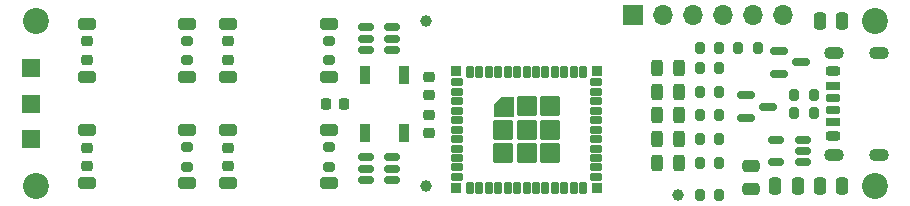
<source format=gts>
G04 #@! TF.GenerationSoftware,KiCad,Pcbnew,8.0.4*
G04 #@! TF.CreationDate,2025-02-17T13:51:32+11:00*
G04 #@! TF.ProjectId,LSG,4c53472e-6b69-4636-9164-5f7063625858,rev?*
G04 #@! TF.SameCoordinates,Original*
G04 #@! TF.FileFunction,Soldermask,Top*
G04 #@! TF.FilePolarity,Negative*
%FSLAX46Y46*%
G04 Gerber Fmt 4.6, Leading zero omitted, Abs format (unit mm)*
G04 Created by KiCad (PCBNEW 8.0.4) date 2025-02-17 13:51:32*
%MOMM*%
%LPD*%
G01*
G04 APERTURE LIST*
G04 Aperture macros list*
%AMRoundRect*
0 Rectangle with rounded corners*
0 $1 Rounding radius*
0 $2 $3 $4 $5 $6 $7 $8 $9 X,Y pos of 4 corners*
0 Add a 4 corners polygon primitive as box body*
4,1,4,$2,$3,$4,$5,$6,$7,$8,$9,$2,$3,0*
0 Add four circle primitives for the rounded corners*
1,1,$1+$1,$2,$3*
1,1,$1+$1,$4,$5*
1,1,$1+$1,$6,$7*
1,1,$1+$1,$8,$9*
0 Add four rect primitives between the rounded corners*
20,1,$1+$1,$2,$3,$4,$5,0*
20,1,$1+$1,$4,$5,$6,$7,0*
20,1,$1+$1,$6,$7,$8,$9,0*
20,1,$1+$1,$8,$9,$2,$3,0*%
G04 Aperture macros list end*
%ADD10C,0.010000*%
%ADD11RoundRect,0.200000X-0.200000X-0.275000X0.200000X-0.275000X0.200000X0.275000X-0.200000X0.275000X0*%
%ADD12RoundRect,0.225000X-0.250000X0.225000X-0.250000X-0.225000X0.250000X-0.225000X0.250000X0.225000X0*%
%ADD13RoundRect,0.225000X-0.225000X-0.250000X0.225000X-0.250000X0.225000X0.250000X-0.225000X0.250000X0*%
%ADD14RoundRect,0.200000X0.200000X0.275000X-0.200000X0.275000X-0.200000X-0.275000X0.200000X-0.275000X0*%
%ADD15C,2.200000*%
%ADD16RoundRect,0.243750X-0.243750X-0.456250X0.243750X-0.456250X0.243750X0.456250X-0.243750X0.456250X0*%
%ADD17C,1.000000*%
%ADD18RoundRect,0.250000X-0.500000X-0.250000X0.500000X-0.250000X0.500000X0.250000X-0.500000X0.250000X0*%
%ADD19R,0.900000X1.500000*%
%ADD20RoundRect,0.250000X0.250000X0.475000X-0.250000X0.475000X-0.250000X-0.475000X0.250000X-0.475000X0*%
%ADD21R,1.500000X1.500000*%
%ADD22RoundRect,0.150000X-0.512500X-0.150000X0.512500X-0.150000X0.512500X0.150000X-0.512500X0.150000X0*%
%ADD23RoundRect,0.250000X0.475000X-0.250000X0.475000X0.250000X-0.475000X0.250000X-0.475000X-0.250000X0*%
%ADD24RoundRect,0.150000X-0.587500X-0.150000X0.587500X-0.150000X0.587500X0.150000X-0.587500X0.150000X0*%
%ADD25RoundRect,0.102000X-0.400000X-0.200000X0.400000X-0.200000X0.400000X0.200000X-0.400000X0.200000X0*%
%ADD26RoundRect,0.102000X-0.200000X-0.400000X0.200000X-0.400000X0.200000X0.400000X-0.200000X0.400000X0*%
%ADD27RoundRect,0.102000X-0.725000X-0.725000X0.725000X-0.725000X0.725000X0.725000X-0.725000X0.725000X0*%
%ADD28RoundRect,0.102000X-0.350000X-0.350000X0.350000X-0.350000X0.350000X0.350000X-0.350000X0.350000X0*%
%ADD29RoundRect,0.200000X-0.275000X0.200000X-0.275000X-0.200000X0.275000X-0.200000X0.275000X0.200000X0*%
%ADD30RoundRect,0.175000X0.425000X-0.175000X0.425000X0.175000X-0.425000X0.175000X-0.425000X-0.175000X0*%
%ADD31RoundRect,0.190000X-0.410000X0.190000X-0.410000X-0.190000X0.410000X-0.190000X0.410000X0.190000X0*%
%ADD32RoundRect,0.200000X-0.400000X0.200000X-0.400000X-0.200000X0.400000X-0.200000X0.400000X0.200000X0*%
%ADD33RoundRect,0.175000X-0.425000X0.175000X-0.425000X-0.175000X0.425000X-0.175000X0.425000X0.175000X0*%
%ADD34RoundRect,0.190000X0.410000X-0.190000X0.410000X0.190000X-0.410000X0.190000X-0.410000X-0.190000X0*%
%ADD35RoundRect,0.200000X0.400000X-0.200000X0.400000X0.200000X-0.400000X0.200000X-0.400000X-0.200000X0*%
%ADD36O,1.700000X1.100000*%
%ADD37RoundRect,0.150000X0.512500X0.150000X-0.512500X0.150000X-0.512500X-0.150000X0.512500X-0.150000X0*%
%ADD38R,1.700000X1.700000*%
%ADD39O,1.700000X1.700000*%
%ADD40RoundRect,0.250000X-0.250000X-0.475000X0.250000X-0.475000X0.250000X0.475000X-0.250000X0.475000X0*%
G04 APERTURE END LIST*
D10*
X4850000Y-1050000D02*
X3200000Y-1050000D01*
X3200000Y-60000D01*
X3860000Y600000D01*
X4850000Y600000D01*
X4850000Y-1050000D01*
G36*
X4850000Y-1050000D02*
G01*
X3200000Y-1050000D01*
X3200000Y-60000D01*
X3860000Y600000D01*
X4850000Y600000D01*
X4850000Y-1050000D01*
G37*
D11*
X20675000Y-3000000D03*
X22325000Y-3000000D03*
D12*
X-19250000Y5275000D03*
X-19250000Y3725000D03*
D13*
X-11025000Y0D03*
X-9475000Y0D03*
D14*
X30325000Y-750000D03*
X28675000Y-750000D03*
D15*
X-35500001Y-7000001D03*
D16*
X17062500Y-5000000D03*
X18937500Y-5000000D03*
X17062500Y-3000000D03*
X18937500Y-3000000D03*
D17*
X-2500000Y7000000D03*
D18*
X-31250000Y-2250000D03*
X-22750000Y-2250000D03*
X-31250000Y-6750000D03*
X-22750000Y-6750000D03*
D19*
X-7650000Y-2450000D03*
X-4350000Y-2450000D03*
X-4350000Y2450000D03*
X-7650000Y2450000D03*
D20*
X30800000Y-7000000D03*
X32700000Y-7000000D03*
D21*
X-36000000Y-3000000D03*
D22*
X-7637500Y6450000D03*
X-7637500Y5500000D03*
X-7637500Y4550000D03*
X-5362500Y4550000D03*
X-5362500Y5500000D03*
X-5362500Y6450000D03*
D14*
X22325000Y4750000D03*
X20675000Y4750000D03*
D15*
X-35500001Y7000001D03*
D22*
X-7637500Y-4550000D03*
X-7637500Y-5500000D03*
X-7637500Y-6450000D03*
X-5362500Y-6450000D03*
X-5362500Y-5500000D03*
X-5362500Y-4550000D03*
D17*
X18825000Y-7750000D03*
D23*
X25000000Y-7200000D03*
X25000000Y-5300000D03*
D12*
X-2250000Y-975000D03*
X-2250000Y-2525000D03*
X-2250000Y2275000D03*
X-2250000Y725000D03*
D16*
X17062500Y1000000D03*
X18937500Y1000000D03*
D24*
X24562500Y700000D03*
X24562500Y-1200000D03*
X26437500Y-250000D03*
D12*
X-31250000Y5275000D03*
X-31250000Y3725000D03*
D25*
X100000Y1800000D03*
X100000Y1000000D03*
X100000Y200000D03*
X100000Y-600000D03*
X100000Y-1400000D03*
X100000Y-2200000D03*
X100000Y-3000000D03*
X100000Y-3800000D03*
X100000Y-4600000D03*
X100000Y-5400000D03*
X100000Y-6200000D03*
D26*
X1200000Y-7100000D03*
X2000000Y-7100000D03*
X2800000Y-7100000D03*
X3600000Y-7100000D03*
X4400000Y-7100000D03*
X5200000Y-7100000D03*
X6000000Y-7100000D03*
X6800000Y-7100000D03*
X7600000Y-7100000D03*
X8400000Y-7100000D03*
X9200000Y-7100000D03*
X10000000Y-7100000D03*
X10800000Y-7100000D03*
D25*
X11900000Y-6200000D03*
X11900000Y-5400000D03*
X11900000Y-4600000D03*
X11900000Y-3800000D03*
X11900000Y-3000000D03*
X11900000Y-2200000D03*
X11900000Y-1400000D03*
X11900000Y-600000D03*
X11900000Y200000D03*
X11900000Y1000000D03*
X11900000Y1800000D03*
D26*
X10800000Y2700000D03*
X10000000Y2700000D03*
X9200000Y2700000D03*
X8400000Y2700000D03*
X7600000Y2700000D03*
X6800000Y2700000D03*
X6000000Y2700000D03*
X5200000Y2700000D03*
X4400000Y2700000D03*
X3600000Y2700000D03*
X2800000Y2700000D03*
X2000000Y2700000D03*
X1200000Y2700000D03*
D27*
X6000000Y-225000D03*
X7975000Y-225000D03*
X7975000Y-2200000D03*
X7975000Y-4175000D03*
X6000000Y-4175000D03*
X4025000Y-4175000D03*
X4025000Y-2200000D03*
X6000000Y-2200000D03*
D28*
X11950000Y2750000D03*
X11950000Y-7150000D03*
X50000Y-7150000D03*
X50000Y2750000D03*
D29*
X-10750000Y-3675000D03*
X-10750000Y-5325000D03*
D30*
X31920000Y-500000D03*
D31*
X31920000Y1520000D03*
D32*
X31920000Y2750000D03*
D33*
X31920000Y500000D03*
D34*
X31920000Y-1520000D03*
D35*
X31920000Y-2750000D03*
D36*
X32000000Y-4320000D03*
X35800000Y-4320000D03*
X32000000Y4320000D03*
X35800000Y4320000D03*
D29*
X-22750000Y5325000D03*
X-22750000Y3675000D03*
D18*
X-19250000Y6750000D03*
X-10750000Y6750000D03*
X-19250000Y2250000D03*
X-10750000Y2250000D03*
D16*
X17062500Y3000000D03*
X18937500Y3000000D03*
D29*
X-22750000Y-3675000D03*
X-22750000Y-5325000D03*
D11*
X20675000Y3000000D03*
X22325000Y3000000D03*
D14*
X22325000Y-7750000D03*
X20675000Y-7750000D03*
D21*
X-36000000Y3000000D03*
D37*
X29387500Y-4950000D03*
X29387500Y-4000000D03*
X29387500Y-3050000D03*
X27112500Y-3050000D03*
X27112500Y-4950000D03*
D18*
X-19250000Y-2250000D03*
X-10750000Y-2250000D03*
X-19250000Y-6750000D03*
X-10750000Y-6750000D03*
X-31250000Y6750000D03*
X-22750000Y6750000D03*
X-31250000Y2250000D03*
X-22750000Y2250000D03*
D29*
X-10750000Y5325000D03*
X-10750000Y3675000D03*
D11*
X20675000Y-5000000D03*
X22325000Y-5000000D03*
D15*
X35500000Y-7000000D03*
D11*
X20675000Y1000000D03*
X22325000Y1000000D03*
D24*
X27375000Y4450000D03*
X27375000Y2550000D03*
X29250000Y3500000D03*
D38*
X15000000Y7500000D03*
D39*
X17540000Y7500000D03*
X20080000Y7500000D03*
X22620000Y7500000D03*
X25160000Y7500000D03*
X27700000Y7500000D03*
D40*
X27050000Y-7000000D03*
X28950000Y-7000000D03*
D16*
X17062500Y-1000000D03*
X18937500Y-1000000D03*
D20*
X32700000Y7000000D03*
X30800000Y7000000D03*
D15*
X35500000Y7000000D03*
D14*
X25575000Y4750000D03*
X23925000Y4750000D03*
D12*
X-19250000Y-3725000D03*
X-19250000Y-5275000D03*
D11*
X20675000Y-1000000D03*
X22325000Y-1000000D03*
D21*
X-36000000Y0D03*
D17*
X-2500000Y-7000000D03*
D14*
X30325000Y750000D03*
X28675000Y750000D03*
D12*
X-31250000Y-3725000D03*
X-31250000Y-5275000D03*
M02*

</source>
